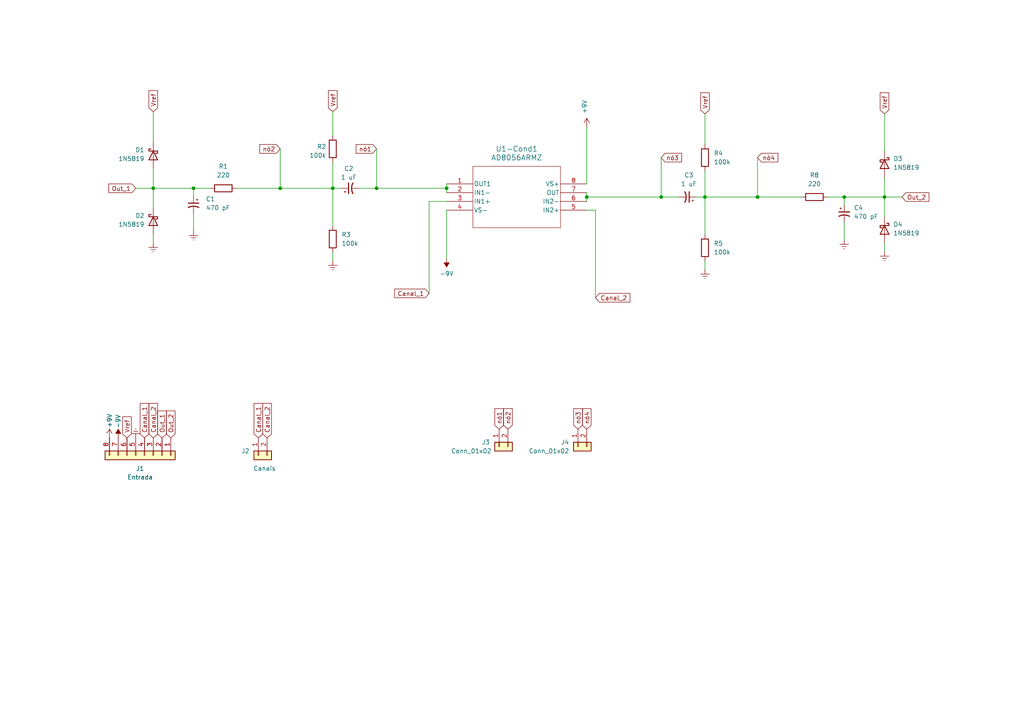
<source format=kicad_sch>
(kicad_sch (version 20230121) (generator eeschema)
  (paper "A4")
  (lib_symbols
    (symbol "AD8056:AD8056ARMZ" (pin_names (offset 0.254))
      (property "Reference" "U" (at 20.32 10.16 0))
      (property "Value" "AD8056ARMZ" (at 20.32 7.62 0))
      (symbol "AD8056ARMZ_0_1"
        (polyline (pts (xy 7.62 -12.7) (xy 33.02 -12.7)) (stroke (width 0.127)))
        (polyline (pts (xy 7.62 5.08) (xy 7.62 -12.7)) (stroke (width 0.127)))
        (polyline (pts (xy 33.02 -12.7) (xy 33.02 5.08)) (stroke (width 0.127)))
        (polyline (pts (xy 33.02 5.08) (xy 7.62 5.08)) (stroke (width 0.127)))
        (pin unspecified line (at 0 0 0) (length 7.62) (name "OUT1") (number "1"))
        (pin unspecified line (at 0 -2.54 0) (length 7.62) (name "IN1-") (number "2"))
        (pin unspecified line (at 0 -5.08 0) (length 7.62) (name "IN1+") (number "3"))
        (pin power_in line (at 0 -7.62 0) (length 7.62) (name "VS-") (number "4"))
        (pin unspecified line (at 40.64 -7.62 180) (length 7.62) (name "IN2+") (number "5"))
        (pin unspecified line (at 40.64 -5.08 180) (length 7.62) (name "IN2-") (number "6"))
        (pin unspecified line (at 40.64 -2.54 180) (length 7.62) (name "OUT") (number "7"))
        (pin power_in line (at 40.64 0 180) (length 7.62) (name "VS+") (number "8"))
      )
    )
    (symbol "Connector_Generic:Conn_01x02" (pin_names (offset 1.016) hide)
      (property "Reference" "J" (at 0 2.54 0))
      (property "Value" "Conn_01x02" (at 0 -5.08 0))
      (symbol "Conn_01x02_1_1"
        (rectangle (start -1.27 -2.413) (end 0 -2.667) (stroke (width 0.1524)))
        (rectangle (start -1.27 0.127) (end 0 -0.127) (stroke (width 0.1524)))
        (rectangle (start -1.27 1.27) (end 1.27 -3.81) (stroke (width 0.254)) (fill (type background)))
        (pin passive line (at -5.08 0 0) (length 3.81) (name "Pin_1") (number "1"))
        (pin passive line (at -5.08 -2.54 0) (length 3.81) (name "Pin_2") (number "2"))
      )
    )
    (symbol "Connector_Generic:Conn_01x08" (pin_names (offset 1.016) hide)
      (property "Reference" "J" (at 0 10.16 0))
      (property "Value" "Conn_01x08" (at 0 -12.7 0))
      (symbol "Conn_01x08_1_1"
        (rectangle (start -1.27 -10.033) (end 0 -10.287) (stroke (width 0.1524)))
        (rectangle (start -1.27 -7.493) (end 0 -7.747) (stroke (width 0.1524)))
        (rectangle (start -1.27 -4.953) (end 0 -5.207) (stroke (width 0.1524)))
        (rectangle (start -1.27 -2.413) (end 0 -2.667) (stroke (width 0.1524)))
        (rectangle (start -1.27 0.127) (end 0 -0.127) (stroke (width 0.1524)))
        (rectangle (start -1.27 2.667) (end 0 2.413) (stroke (width 0.1524)))
        (rectangle (start -1.27 5.207) (end 0 4.953) (stroke (width 0.1524)))
        (rectangle (start -1.27 7.747) (end 0 7.493) (stroke (width 0.1524)))
        (rectangle (start -1.27 8.89) (end 1.27 -11.43) (stroke (width 0.254)) (fill (type background)))
        (pin passive line (at -5.08 7.62 0) (length 3.81) (name "Pin_1") (number "1"))
        (pin passive line (at -5.08 5.08 0) (length 3.81) (name "Pin_2") (number "2"))
        (pin passive line (at -5.08 2.54 0) (length 3.81) (name "Pin_3") (number "3"))
        (pin passive line (at -5.08 0 0) (length 3.81) (name "Pin_4") (number "4"))
        (pin passive line (at -5.08 -2.54 0) (length 3.81) (name "Pin_5") (number "5"))
        (pin passive line (at -5.08 -5.08 0) (length 3.81) (name "Pin_6") (number "6"))
        (pin passive line (at -5.08 -7.62 0) (length 3.81) (name "Pin_7") (number "7"))
        (pin passive line (at -5.08 -10.16 0) (length 3.81) (name "Pin_8") (number "8"))
      )
    )
    (symbol "Device:C_Polarized_Small_US" (pin_numbers hide) (pin_names (offset 0.254) hide)
      (property "Reference" "C" (at 0.254 1.778 0))
      (property "Value" "C_Polarized_Small_US" (at 0.254 -2.032 0))
      (symbol "C_Polarized_Small_US_0_1"
        (polyline (pts (xy -1.524 0.508) (xy 1.524 0.508)) (stroke (width 0.3048)))
        (polyline (pts (xy -1.27 1.524) (xy -0.762 1.524)))
        (polyline (pts (xy -1.016 1.27) (xy -1.016 1.778)))
        (arc (start 1.524 -0.762) (mid 0 -0.3734) (end -1.524 -0.762) (stroke (width 0.3048)))
      )
      (symbol "C_Polarized_Small_US_1_1"
        (pin passive line (at 0 2.54 270) (length 2.032) (name "~") (number "1"))
        (pin passive line (at 0 -2.54 90) (length 2.032) (name "~") (number "2"))
      )
    )
    (symbol "Device:R" (pin_numbers hide) (pin_names (offset 0))
      (property "Reference" "R" (at 2.032 0 90))
      (property "Value" "R" (at 0 0 90))
      (symbol "R_0_1"
        (rectangle (start -1.016 -2.54) (end 1.016 2.54) (stroke (width 0.254)))
      )
      (symbol "R_1_1"
        (pin passive line (at 0 3.81 270) (length 1.27) (name "~") (number "1"))
        (pin passive line (at 0 -3.81 90) (length 1.27) (name "~") (number "2"))
      )
    )
    (symbol "Diode:1N5819" (pin_numbers hide) (pin_names (offset 1.016) hide)
      (property "Reference" "D" (at 0 2.54 0))
      (property "Value" "1N5819" (at 0 -2.54 0))
      (symbol "1N5819_0_1"
        (polyline (pts (xy 1.27 0) (xy -1.27 0)))
        (polyline (pts (xy 1.27 1.27) (xy 1.27 -1.27) (xy -1.27 0) (xy 1.27 1.27)) (stroke (width 0.254)))
        (polyline (pts (xy -1.905 0.635) (xy -1.905 1.27) (xy -1.27 1.27) (xy -1.27 -1.27) (xy -0.635 -1.27) (xy -0.635 -0.635)) (stroke (width 0.254)))
      )
      (symbol "1N5819_1_1"
        (pin passive line (at -3.81 0 0) (length 2.54) (name "K") (number "1"))
        (pin passive line (at 3.81 0 180) (length 2.54) (name "A") (number "2"))
      )
    )
    (symbol "power:+9V" (power) (pin_names (offset 0))
      (property "Value" "+9V" (at 0 3.556 0))
      (symbol "+9V_0_1"
        (polyline (pts (xy -0.762 1.27) (xy 0 2.54)))
        (polyline (pts (xy 0 0) (xy 0 2.54)))
        (polyline (pts (xy 0 2.54) (xy 0.762 1.27)))
      )
      (symbol "+9V_1_1"
        (pin power_in line (at 0 0 90) (length 0) hide (name "+9V") (number "1"))
      )
    )
    (symbol "power:-9V" (power) (pin_names (offset 0))
      (property "Value" "-9V" (at 0 3.81 0))
      (symbol "-9V_0_1"
        (polyline (pts (xy 0 0) (xy 0 2.54)))
        (polyline (pts (xy 0.762 1.27) (xy -0.762 1.27) (xy 0 2.54) (xy 0.762 1.27)) (fill (type outline)))
      )
      (symbol "-9V_1_1"
        (pin power_in line (at 0 0 90) (length 0) hide (name "-9V") (number "1"))
      )
    )
    (symbol "power:Earth" (power) (pin_names (offset 0))
      (symbol "Earth_0_1"
        (polyline (pts (xy -0.635 -1.905) (xy 0.635 -1.905)))
        (polyline (pts (xy -0.127 -2.54) (xy 0.127 -2.54)))
        (polyline (pts (xy 0 -1.27) (xy 0 0)))
        (polyline (pts (xy 1.27 -1.27) (xy -1.27 -1.27)))
      )
      (symbol "Earth_1_1"
        (pin power_in line (at 0 0 270) (length 0) hide (name "Earth") (number "1"))
      )
    )
  )
  (junction (at 96.52 54.61))
  (junction (at 109.22 54.61))
  (junction (at 44.45 54.61))
  (junction (at 219.71 57.15))
  (junction (at 244.856 57.15))
  (junction (at 256.54 57.15))
  (junction (at 129.54 54.61))
  (junction (at 170.18 57.15))
  (junction (at 56.134 54.61))
  (junction (at 81.28 54.61))
  (junction (at 191.77 57.15))
  (junction (at 204.47 57.15))
  (wire (pts (xy 109.22 54.61) (xy 104.14 54.61)))
  (wire (pts (xy 129.54 74.93) (xy 129.54 60.96)))
  (wire (pts (xy 124.46 58.42) (xy 129.54 58.42)))
  (wire (pts (xy 56.134 54.61) (xy 44.45 54.61)))
  (wire (pts (xy 81.28 43.18) (xy 81.28 54.61)))
  (wire (pts (xy 96.52 73.152) (xy 96.52 75.692)))
  (wire (pts (xy 201.93 57.15) (xy 204.47 57.15)))
  (wire (pts (xy 256.54 62.865) (xy 256.54 57.15)))
  (wire (pts (xy 219.71 57.15) (xy 232.41 57.15)))
  (wire (pts (xy 204.47 33.02) (xy 204.47 41.91)))
  (wire (pts (xy 244.856 64.516) (xy 244.856 69.596)))
  (wire (pts (xy 44.45 60.325) (xy 44.45 54.61)))
  (wire (pts (xy 81.28 54.61) (xy 68.58 54.61)))
  (wire (pts (xy 244.856 57.15) (xy 244.856 59.436)))
  (wire (pts (xy 244.856 57.15) (xy 256.54 57.15)))
  (wire (pts (xy 256.54 57.15) (xy 261.62 57.15)))
  (wire (pts (xy 109.22 43.18) (xy 109.22 54.61)))
  (wire (pts (xy 204.47 57.15) (xy 204.47 68.072)))
  (wire (pts (xy 96.52 46.99) (xy 96.52 54.61)))
  (wire (pts (xy 219.71 45.72) (xy 219.71 57.15)))
  (wire (pts (xy 129.54 53.34) (xy 129.54 54.61)))
  (wire (pts (xy 204.47 57.15) (xy 219.71 57.15)))
  (wire (pts (xy 56.134 61.976) (xy 56.134 67.056)))
  (wire (pts (xy 240.03 57.15) (xy 244.856 57.15)))
  (wire (pts (xy 44.45 48.895) (xy 44.45 54.61)))
  (wire (pts (xy 170.18 36.83) (xy 170.18 53.34)))
  (wire (pts (xy 170.18 57.15) (xy 191.77 57.15)))
  (wire (pts (xy 256.54 33.02) (xy 256.54 43.815)))
  (wire (pts (xy 56.134 54.61) (xy 56.134 56.896)))
  (wire (pts (xy 96.52 32.385) (xy 96.52 39.37)))
  (wire (pts (xy 44.45 67.945) (xy 44.45 70.485)))
  (wire (pts (xy 44.45 32.385) (xy 44.45 41.275)))
  (wire (pts (xy 256.54 70.485) (xy 256.54 73.025)))
  (wire (pts (xy 204.47 49.53) (xy 204.47 57.15)))
  (wire (pts (xy 172.72 60.96) (xy 170.18 60.96)))
  (wire (pts (xy 191.77 45.72) (xy 191.77 57.15)))
  (wire (pts (xy 124.46 85.09) (xy 124.46 58.42)))
  (wire (pts (xy 96.52 54.61) (xy 96.52 65.532)))
  (wire (pts (xy 60.96 54.61) (xy 56.134 54.61)))
  (wire (pts (xy 172.72 86.36) (xy 172.72 60.96)))
  (wire (pts (xy 256.54 51.435) (xy 256.54 57.15)))
  (wire (pts (xy 44.45 54.61) (xy 39.37 54.61)))
  (wire (pts (xy 99.06 54.61) (xy 96.52 54.61)))
  (wire (pts (xy 204.47 75.692) (xy 204.47 78.232)))
  (wire (pts (xy 170.18 57.15) (xy 170.18 58.42)))
  (wire (pts (xy 129.54 54.61) (xy 129.54 55.88)))
  (wire (pts (xy 170.18 55.88) (xy 170.18 57.15)))
  (wire (pts (xy 96.52 54.61) (xy 81.28 54.61)))
  (wire (pts (xy 109.22 54.61) (xy 129.54 54.61)))
  (wire (pts (xy 191.77 57.15) (xy 196.85 57.15)))
  (global_label "Vref" (shape input) (at 36.83 127 90) (property "Intersheetrefs" "${INTERSHEET_REFS}" (effects hide)))
  (global_label "Canal_1" (shape input) (at 41.91 127 90) (property "Intersheetrefs" "${INTERSHEET_REFS}" (effects hide)))
  (global_label "Out_1" (shape input) (at 46.99 127 90) (property "Intersheetrefs" "${INTERSHEET_REFS}" (effects hide)))
  (global_label "Vref" (shape input) (at 256.54 33.02 90) (property "Intersheetrefs" "${INTERSHEET_REFS}" (effects hide)))
  (global_label "nó2" (shape input) (at 147.32 124.46 90) (property "Intersheetrefs" "${INTERSHEET_REFS}" (effects hide)))
  (global_label "nó4" (shape input) (at 170.18 124.46 90) (property "Intersheetrefs" "${INTERSHEET_REFS}" (effects hide)))
  (global_label "Out_2" (shape input) (at 261.62 57.15 0) (property "Intersheetrefs" "${INTERSHEET_REFS}" (effects hide)))
  (global_label "nó2" (shape input) (at 81.28 43.18 180) (property "Intersheetrefs" "${INTERSHEET_REFS}" (effects hide)))
  (global_label "Vref" (shape input) (at 44.45 32.385 90) (property "Intersheetrefs" "${INTERSHEET_REFS}" (effects hide)))
  (global_label "Vref" (shape input) (at 96.52 32.385 90) (property "Intersheetrefs" "${INTERSHEET_REFS}" (effects hide)))
  (global_label "Canal_1" (shape input) (at 74.93 127 90) (property "Intersheetrefs" "${INTERSHEET_REFS}" (effects hide)))
  (global_label "Canal_2" (shape input) (at 77.47 127 90) (property "Intersheetrefs" "${INTERSHEET_REFS}" (effects hide)))
  (global_label "Canal_1" (shape input) (at 124.46 85.09 180) (property "Intersheetrefs" "${INTERSHEET_REFS}" (effects hide)))
  (global_label "Canal_2" (shape input) (at 44.45 127 90) (property "Intersheetrefs" "${INTERSHEET_REFS}" (effects hide)))
  (global_label "nó1" (shape input) (at 144.78 124.46 90) (property "Intersheetrefs" "${INTERSHEET_REFS}" (effects hide)))
  (global_label "Vref" (shape input) (at 204.47 33.02 90) (property "Intersheetrefs" "${INTERSHEET_REFS}" (effects hide)))
  (global_label "nó1" (shape input) (at 109.22 43.18 180) (property "Intersheetrefs" "${INTERSHEET_REFS}" (effects hide)))
  (global_label "Canal_2" (shape input) (at 172.72 86.36 0) (property "Intersheetrefs" "${INTERSHEET_REFS}" (effects hide)))
  (global_label "Out_2" (shape input) (at 49.53 127 90) (property "Intersheetrefs" "${INTERSHEET_REFS}" (effects hide)))
  (global_label "nó4" (shape input) (at 219.71 45.72 0) (property "Intersheetrefs" "${INTERSHEET_REFS}" (effects hide)))
  (global_label "nó3" (shape input) (at 191.77 45.72 0) (property "Intersheetrefs" "${INTERSHEET_REFS}" (effects hide)))
  (global_label "nó3" (shape input) (at 167.64 124.46 90) (property "Intersheetrefs" "${INTERSHEET_REFS}" (effects hide)))
  (global_label "Out_1" (shape input) (at 39.37 54.61 180) (property "Intersheetrefs" "${INTERSHEET_REFS}" (effects hide)))
  (symbol (lib_id "Device:R") (at 204.47 71.882 0) (unit 1)
    (property "Reference" "R5" (at 207.01 70.612 0) (effects (justify left)))
    (property "Value" "100k" (at 207.01 73.152 0) (effects (justify left)))
    (property "Footprint" "Resistor_THT:R_Axial_DIN0207_L6.3mm_D2.5mm_P7.62mm_Horizontal" (effects hide))
  )
  (symbol (lib_id "Device:C_Polarized_Small_US") (at 199.39 57.15 270) (mirror x) (unit 1)
    (property "Reference" "C3" (at 199.8218 50.8 90))
    (property "Value" "1 uF" (at 199.8218 53.34 90))
    (property "Footprint" "Capacitor_THT:CP_Radial_D5.0mm_P2.50mm" (effects hide))
  )
  (symbol (lib_id "Device:C_Polarized_Small_US") (at 244.856 61.976 0) (unit 1)
    (property "Reference" "C4" (at 247.65 60.2742 0) (effects (justify left)))
    (property "Value" "470 pF" (at 247.65 62.8142 0) (effects (justify left)))
    (property "Footprint" "Capacitor_THT:CP_Radial_D5.0mm_P2.50mm" (effects hide))
  )
  (symbol (lib_id "power:Earth") (at 244.856 69.596 0) (unit 1)
    (property "Reference" "#PWR045" (effects hide))
    (property "Value" "Earth" (effects hide))
  )
  (symbol (lib_id "Device:R") (at 64.77 54.61 270) (mirror x) (unit 1)
    (property "Reference" "R1" (at 64.77 48.26 90))
    (property "Value" "220" (at 64.77 50.8 90))
    (property "Footprint" "Resistor_THT:R_Axial_DIN0207_L6.3mm_D2.5mm_P7.62mm_Horizontal" (effects hide))
  )
  (symbol (lib_id "Connector_Generic:Conn_01x08") (at 41.91 132.08 270) (unit 1)
    (property "Reference" "J1" (at 40.64 135.89 90))
    (property "Value" "Entrada" (at 40.64 138.43 90))
    (property "Footprint" "Connector_PinSocket_2.54mm:PinSocket_1x08_P2.54mm_Vertical" (effects hide))
  )
  (symbol (lib_id "Connector_Generic:Conn_01x02") (at 74.93 132.08 90) (mirror x) (unit 1)
    (property "Reference" "J2" (at 72.39 130.81 90) (effects (justify left)))
    (property "Value" "Canais" (at 80.01 135.89 90) (effects (justify left)))
    (property "Footprint" "Connector_PinHeader_2.54mm:PinHeader_1x02_P2.54mm_Vertical" (effects hide))
  )
  (symbol (lib_id "power:-9V") (at 129.54 74.93 180) (unit 1)
    (property "Reference" "#PWR030" (effects hide))
    (property "Value" "-9V" (at 129.54 79.375 0))
  )
  (symbol (lib_id "Diode:1N5819") (at 256.54 66.675 270) (unit 1)
    (property "Reference" "D4" (at 259.08 65.0875 90) (effects (justify left)))
    (property "Value" "1N5819" (at 259.08 67.6275 90) (effects (justify left)))
    (property "Footprint" "Diode_THT:D_DO-41_SOD81_P10.16mm_Horizontal" (effects hide))
    (property "Datasheet" "http://www.vishay.com/docs/88525/1n5817.pdf" (effects hide))
  )
  (symbol (lib_id "power:Earth") (at 44.45 70.485 0) (mirror y) (unit 1)
    (property "Reference" "#PWR015" (effects hide))
    (property "Value" "Earth" (effects hide))
  )
  (symbol (lib_id "power:Earth") (at 39.37 127 180) (unit 1)
    (property "Reference" "#PWR06" (effects hide))
    (property "Value" "Earth" (effects hide))
  )
  (symbol (lib_id "Device:R") (at 204.47 45.72 0) (unit 1)
    (property "Reference" "R4" (at 207.01 44.45 0) (effects (justify left)))
    (property "Value" "100k" (at 207.01 46.99 0) (effects (justify left)))
    (property "Footprint" "Resistor_THT:R_Axial_DIN0207_L6.3mm_D2.5mm_P7.62mm_Horizontal" (effects hide))
  )
  (symbol (lib_id "Device:C_Polarized_Small_US") (at 101.6 54.61 90) (unit 1)
    (property "Reference" "C2" (at 101.1682 48.895 90))
    (property "Value" "1 uF" (at 101.1682 51.435 90))
    (property "Footprint" "Capacitor_THT:CP_Radial_D5.0mm_P2.50mm" (effects hide))
  )
  (symbol (lib_id "Diode:1N5819") (at 44.45 45.085 90) (mirror x) (unit 1)
    (property "Reference" "D1" (at 41.91 43.4975 90) (effects (justify left)))
    (property "Value" "1N5819" (at 41.91 46.0375 90) (effects (justify left)))
    (property "Footprint" "Diode_THT:D_DO-41_SOD81_P10.16mm_Horizontal" (effects hide))
    (property "Datasheet" "http://www.vishay.com/docs/88525/1n5817.pdf" (effects hide))
  )
  (symbol (lib_id "Device:R") (at 96.52 69.342 0) (mirror y) (unit 1)
    (property "Reference" "R3" (at 99.06 68.072 0) (effects (justify right)))
    (property "Value" "100k" (at 99.06 70.612 0) (effects (justify right)))
    (property "Footprint" "Resistor_THT:R_Axial_DIN0207_L6.3mm_D2.5mm_P7.62mm_Horizontal" (effects hide))
  )
  (symbol (lib_id "Diode:1N5819") (at 44.45 64.135 90) (mirror x) (unit 1)
    (property "Reference" "D2" (at 41.91 62.5475 90) (effects (justify left)))
    (property "Value" "1N5819" (at 41.91 65.0875 90) (effects (justify left)))
    (property "Footprint" "Diode_THT:D_DO-41_SOD81_P10.16mm_Horizontal" (effects hide))
    (property "Datasheet" "http://www.vishay.com/docs/88525/1n5817.pdf" (effects hide))
  )
  (symbol (lib_id "Connector_Generic:Conn_01x02") (at 167.64 129.54 90) (mirror x) (unit 1)
    (property "Reference" "J4" (at 165.1 128.27 90) (effects (justify left)))
    (property "Value" "Conn_01x02" (at 165.1 130.81 90) (effects (justify left)))
    (property "Footprint" "Connector_PinHeader_2.54mm:PinHeader_1x02_P2.54mm_Vertical" (effects hide))
  )
  (symbol (lib_id "Device:R") (at 236.22 57.15 90) (unit 1)
    (property "Reference" "R8" (at 236.22 50.8 90))
    (property "Value" "220" (at 236.22 53.34 90))
    (property "Footprint" "Resistor_THT:R_Axial_DIN0207_L6.3mm_D2.5mm_P7.62mm_Horizontal" (effects hide))
  )
  (symbol (lib_id "power:Earth") (at 96.52 75.692 0) (mirror y) (unit 1)
    (property "Reference" "#PWR025" (effects hide))
    (property "Value" "Earth" (effects hide))
  )
  (symbol (lib_id "power:+9V") (at 31.75 127 0) (unit 1)
    (property "Reference" "#PWR07" (effects hide))
    (property "Value" "+9V" (at 31.7843 124.0436 90) (effects (justify left)))
  )
  (symbol (lib_id "power:Earth") (at 56.134 67.056 0) (mirror y) (unit 1)
    (property "Reference" "#PWR018" (effects hide))
    (property "Value" "Earth" (effects hide))
  )
  (symbol (lib_id "Device:R") (at 96.52 43.18 0) (mirror y) (unit 1)
    (property "Reference" "R2" (at 94.615 42.545 0) (effects (justify left)))
    (property "Value" "100k" (at 94.615 45.085 0) (effects (justify left)))
    (property "Footprint" "Resistor_THT:R_Axial_DIN0207_L6.3mm_D2.5mm_P7.62mm_Horizontal" (effects hide))
  )
  (symbol (lib_id "Connector_Generic:Conn_01x02") (at 144.78 129.54 90) (mirror x) (unit 1)
    (property "Reference" "J3" (at 139.7 128.27 90) (effects (justify right)))
    (property "Value" "Conn_01x02" (at 130.81 130.81 90) (effects (justify right)))
    (property "Footprint" "Connector_PinHeader_2.54mm:PinHeader_1x02_P2.54mm_Vertical" (effects hide))
  )
  (symbol (lib_id "Device:C_Polarized_Small_US") (at 56.134 59.436 0) (mirror y) (unit 1)
    (property "Reference" "C1" (at 59.69 57.7342 0) (effects (justify right)))
    (property "Value" "470 pF" (at 59.69 60.2742 0) (effects (justify right)))
    (property "Footprint" "Capacitor_THT:CP_Radial_D5.0mm_P2.50mm" (effects hide))
  )
  (symbol (lib_id "power:+9V") (at 170.18 36.83 0) (unit 1)
    (property "Reference" "#PWR038" (effects hide))
    (property "Value" "+9V" (at 169.545 33.02 90) (effects (justify left)))
  )
  (symbol (lib_id "power:Earth") (at 204.47 78.232 0) (unit 1)
    (property "Reference" "#PWR040" (effects hide))
    (property "Value" "Earth" (effects hide))
  )
  (symbol (lib_id "AD8056:AD8056ARMZ") (at 129.54 53.34 0) (unit 1)
    (property "Reference" "U1-Cond1" (at 149.86 43.18 0) (effects (font (size 1.524 1.524))))
    (property "Value" "AD8056ARMZ" (at 149.86 45.72 0) (effects (font (size 1.524 1.524))))
    (property "Footprint" "AD8056:RM_8_ADI" (effects hide))
    (property "Datasheet" "AD8056ARMZ" (effects hide))
  )
  (symbol (lib_id "power:Earth") (at 256.54 73.025 0) (unit 1)
    (property "Reference" "#PWR048" (effects hide))
    (property "Value" "Earth" (effects hide))
  )
  (symbol (lib_id "Diode:1N5819") (at 256.54 47.625 270) (unit 1)
    (property "Reference" "D3" (at 259.08 46.0375 90) (effects (justify left)))
    (property "Value" "1N5819" (at 259.08 48.5775 90) (effects (justify left)))
    (property "Footprint" "Diode_THT:D_DO-41_SOD81_P10.16mm_Horizontal" (effects hide))
    (property "Datasheet" "http://www.vishay.com/docs/88525/1n5817.pdf" (effects hide))
  )
  (symbol (lib_id "power:-9V") (at 34.29 127 0) (unit 1)
    (property "Reference" "#PWR08" (effects hide))
    (property "Value" "-9V" (at 34.2562 124.2547 90) (effects (justify left)))
  )
)
</source>
